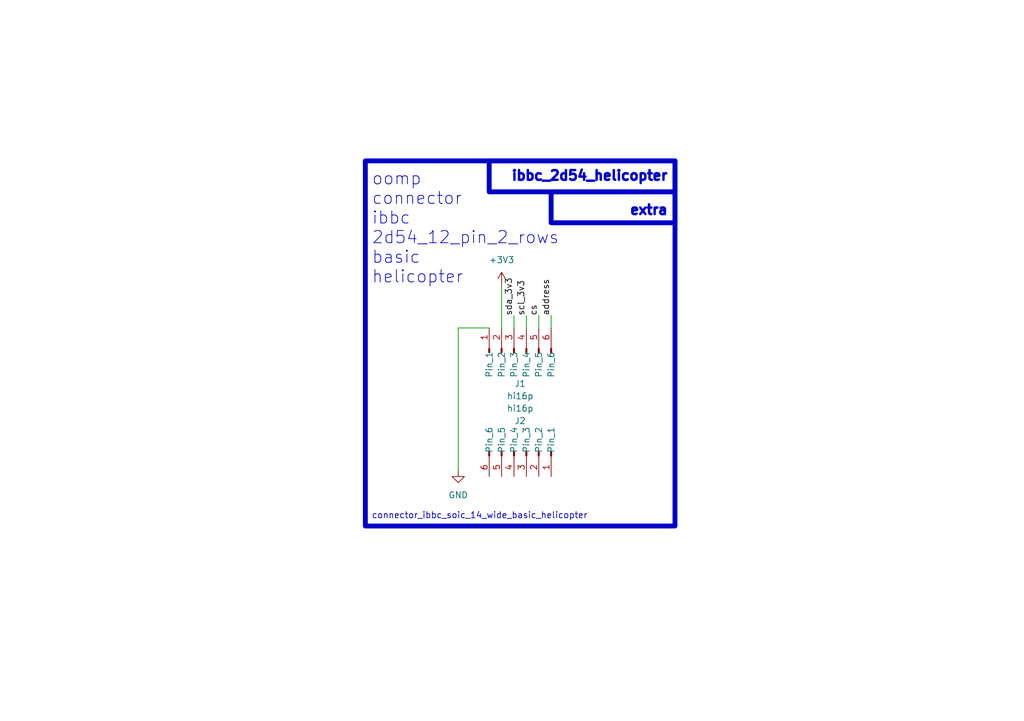
<source format=kicad_sch>
(kicad_sch (version 20230121) (generator eeschema)
  (paper "A5")
  (lib_symbols
    (symbol "oomlout_oomp_part_symbols:hi16p_electronic_header_2d54_mm_6_pin" (pin_names (offset 1.016))
      (property "Reference" "J" (at 0 7.62 0))
      (property "Value" "hi16p_electronic_header_2d54_mm_6_pin" (at 0 -10.16 0))
      (symbol "hi16p_electronic_header_2d54_mm_6_pin_1_1"
        (polyline (pts (xy 1.27 -7.62) (xy 0.8636 -7.62)) (stroke (width 0.1524)))
        (polyline (pts (xy 1.27 -5.08) (xy 0.8636 -5.08)) (stroke (width 0.1524)))
        (polyline (pts (xy 1.27 -2.54) (xy 0.8636 -2.54)) (stroke (width 0.1524)))
        (polyline (pts (xy 1.27 0) (xy 0.8636 0)) (stroke (width 0.1524)))
        (polyline (pts (xy 1.27 2.54) (xy 0.8636 2.54)) (stroke (width 0.1524)))
        (polyline (pts (xy 1.27 5.08) (xy 0.8636 5.08)) (stroke (width 0.1524)))
        (rectangle (start 0.8636 -7.493) (end 0 -7.747) (stroke (width 0.1524)) (fill (type outline)))
        (rectangle (start 0.8636 -4.953) (end 0 -5.207) (stroke (width 0.1524)) (fill (type outline)))
        (rectangle (start 0.8636 -2.413) (end 0 -2.667) (stroke (width 0.1524)) (fill (type outline)))
        (rectangle (start 0.8636 0.127) (end 0 -0.127) (stroke (width 0.1524)) (fill (type outline)))
        (rectangle (start 0.8636 2.667) (end 0 2.413) (stroke (width 0.1524)) (fill (type outline)))
        (rectangle (start 0.8636 5.207) (end 0 4.953) (stroke (width 0.1524)) (fill (type outline)))
        (pin passive line (at 5.08 5.08 180) (length 3.81) (name "Pin_1") (number "1"))
        (pin passive line (at 5.08 2.54 180) (length 3.81) (name "Pin_2") (number "2"))
        (pin passive line (at 5.08 0 180) (length 3.81) (name "Pin_3") (number "3"))
        (pin passive line (at 5.08 -2.54 180) (length 3.81) (name "Pin_4") (number "4"))
        (pin passive line (at 5.08 -5.08 180) (length 3.81) (name "Pin_5") (number "5"))
        (pin passive line (at 5.08 -7.62 180) (length 3.81) (name "Pin_6") (number "6"))
      )
    )
    (symbol "power:+3V3" (power) (pin_names (offset 0))
      (property "Value" "+3V3" (at 0 3.556 0))
      (symbol "+3V3_0_1"
        (polyline (pts (xy -0.762 1.27) (xy 0 2.54)))
        (polyline (pts (xy 0 0) (xy 0 2.54)))
        (polyline (pts (xy 0 2.54) (xy 0.762 1.27)))
      )
      (symbol "+3V3_1_1"
        (pin power_in line (at 0 0 90) (length 0) hide (name "+3V3") (number "1"))
      )
    )
    (symbol "power:GND" (power) (pin_names (offset 0))
      (property "Value" "GND" (at 0 -3.81 0))
      (symbol "GND_0_1"
        (polyline (pts (xy 0 0) (xy 0 -1.27) (xy 1.27 -1.27) (xy 0 -2.54) (xy -1.27 -1.27) (xy 0 -1.27)))
      )
      (symbol "GND_1_1"
        (pin power_in line (at 0 0 270) (length 0) hide (name "GND") (number "1"))
      )
    )
  )
  (wire (pts (xy 107.95 64.77) (xy 107.95 67.31)))
  (wire (pts (xy 93.98 67.31) (xy 93.98 96.52)))
  (wire (pts (xy 105.41 64.77) (xy 105.41 67.31)))
  (wire (pts (xy 102.87 58.42) (xy 102.87 67.31)))
  (wire (pts (xy 113.03 64.77) (xy 113.03 67.31)))
  (wire (pts (xy 100.33 67.31) (xy 93.98 67.31)))
  (wire (pts (xy 110.49 64.77) (xy 110.49 67.31)))
  (rectangle (start 74.93 33.02) (end 138.43 107.95) (stroke (width 1)))
  (rectangle (start 100.33 33.02) (end 138.43 39.37) (stroke (width 1)))
  (rectangle (start 113.03 39.37) (end 138.43 45.72) (stroke (width 1)))
  (text "ibbc_2d54_helicopter\n	" (at 137.16 40.64 0) (effects (font (size 2 2) (thickness 0.8) bold) (justify right bottom)))
  (text "oomp\nconnector\nibbc\n2d54_12_pin_2_rows\nbasic\nhelicopter" (at 76.2 58.42 0) (effects (font (size 2.5 2.5)) (justify left bottom)))
  (text "extra" (at 137.16 44.45 0) (effects (font (size 2 2) (thickness 0.8) bold) (justify right bottom)))
  (text "connector_ibbc_soic_14_wide_basic_helicopter" (at 76.2 106.68 0) (effects (font (size 1.27 1.27)) (justify left bottom)))
  (label "address" (at 113.03 64.77 90))
  (label "cs" (at 110.49 64.77 90))
  (label "scl_3v3" (at 107.95 64.77 90))
  (label "sda_3v3" (at 105.41 64.77 90))
  (symbol (lib_id "oomlout_oomp_part_symbols:hi16p_electronic_header_2d54_mm_6_pin") (at 105.41 72.39 90) (unit 1)
    (property "Reference" "J1" (at 106.68 78.74 90))
    (property "Value" "hi16p" (at 106.68 81.28 90))
    (property "Footprint" "oomlout_oomp_part_footprints:hi16p_electronic_header_2d54_mm_6_pin" (effects hide))
    (property "Datasheet" "https://github.com/oomlout/oomlout_oomp_v3/parts/electronic_header_2d54_mm_6_pin/datasheet.pdf" (effects hide))
  )
  (symbol (lib_id "power:GND") (at 93.98 96.52 0) (unit 1)
    (property "Reference" "#PWR05" (effects hide))
    (property "Value" "GND" (at 93.98 101.6 0))
  )
  (symbol (lib_id "power:+3V3") (at 102.87 58.42 0) (unit 1)
    (property "Reference" "#PWR06" (effects hide))
    (property "Value" "+3V3" (at 102.87 53.34 0))
  )
  (symbol (lib_id "oomlout_oomp_part_symbols:hi16p_electronic_header_2d54_mm_6_pin") (at 107.95 92.71 270) (unit 1)
    (property "Reference" "J2" (at 106.68 86.36 90))
    (property "Value" "hi16p" (at 106.68 83.82 90))
    (property "Footprint" "oomlout_oomp_part_footprints:hi16p_electronic_header_2d54_mm_6_pin" (effects hide))
    (property "Datasheet" "https://github.com/oomlout/oomlout_oomp_v3/parts/electronic_header_2d54_mm_6_pin/datasheet.pdf" (effects hide))
  )
)
</source>
